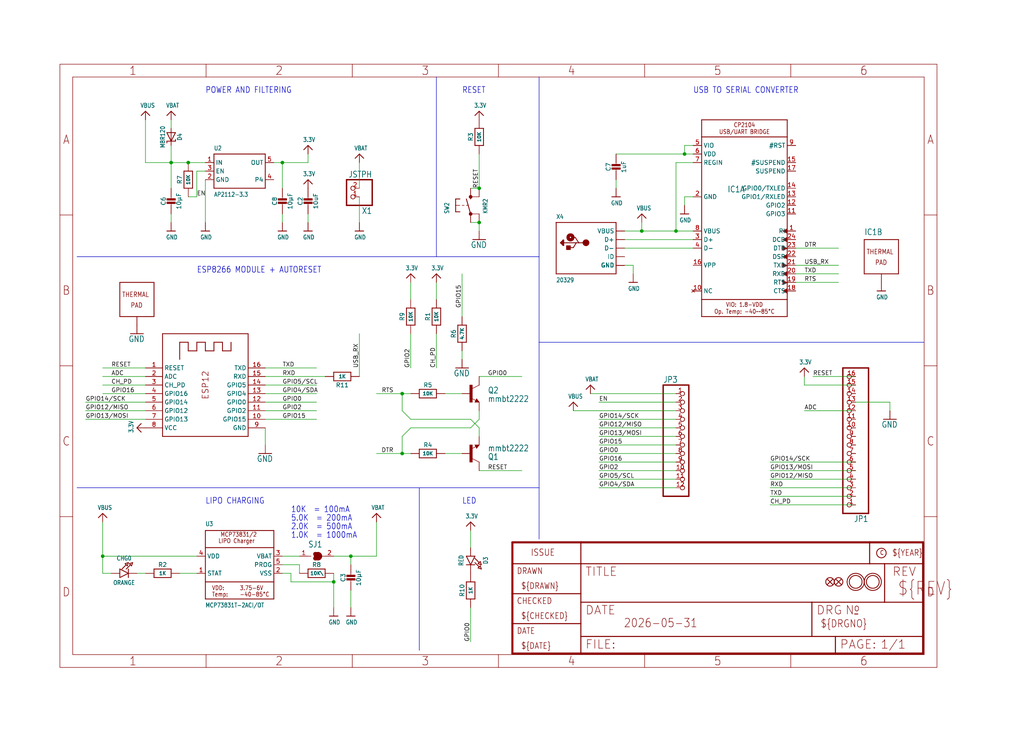
<source format=kicad_sch>
(kicad_sch (version 20230121) (generator eeschema)
  (paper "User" 303.962 217.322)
  (lib_symbols
    (symbol "working-eagle-import:3.3V" (power)
      (property "Value" "3.3V" (at -1.524 1.016 0))
      (symbol "3.3V_1_0"
        (pin power_in line (at 0 -2.54 90) (length 2.54) (name "3.3V") (number "1"))
      )
    )
    (symbol "working-eagle-import:CAP_CERAMIC0603_NO"
      (property "Reference" "C" (at -2.29 1.25 90))
      (symbol "CAP_CERAMIC0603_NO_1_0"
        (pin passive line (at 0 5.08 270) (length 2.54) (name "1") (number "1"))
        (pin passive line (at 0 -2.54 90) (length 2.54) (name "2") (number "2"))
      )
    )
    (symbol "working-eagle-import:CAP_CERAMIC0805-NOOUTLINE"
      (property "Reference" "C" (at -2.29 1.25 90))
      (symbol "CAP_CERAMIC0805-NOOUTLINE_1_0"
        (pin passive line (at 0 5.08 270) (length 2.54) (name "1") (number "1"))
        (pin passive line (at 0 -2.54 90) (length 2.54) (name "2") (number "2"))
      )
    )
    (symbol "working-eagle-import:CON_JST_PH_2PIN"
      (property "Reference" "X" (at -6.35 5.715 0))
      (symbol "CON_JST_PH_2PIN_1_0"
        (pin passive inverted (at -2.54 2.54 0) (length 2.54) (name "1") (number "1"))
        (pin passive inverted (at -2.54 0 0) (length 2.54) (name "2") (number "2"))
      )
    )
    (symbol "working-eagle-import:CP2104"
      (property "Reference" "U" (at -5.08 6.35 0))
      (symbol "CP2104_1_0"
        (text "CP2104\nUSB/UART BRIDGE" (at 0 25.4 0) (effects (font (size 1.27 1.0795))))
        (text "VIO: 1.8-VDD\nOp. Temp: -40~~85°C" (at 0 -27.94 0) (effects (font (size 1.27 1.0795))))
        (pin input line (at 15.24 -5.08 180) (length 2.54) (name "RI") (number "1"))
        (pin no_connect line (at -15.24 -22.86 0) (length 2.54) (name "NC") (number "10"))
        (pin bidirectional line (at 15.24 0 180) (length 2.54) (name "GPIO3") (number "11"))
        (pin bidirectional line (at 15.24 2.54 180) (length 2.54) (name "GPIO2") (number "12"))
        (pin bidirectional line (at 15.24 5.08 180) (length 2.54) (name "GPIO1/RXLED") (number "13"))
        (pin bidirectional line (at 15.24 7.62 180) (length 2.54) (name "GPIO0/TXLED") (number "14"))
        (pin output line (at 15.24 15.24 180) (length 2.54) (name "#SUSPEND") (number "15"))
        (pin bidirectional line (at -15.24 -15.24 0) (length 2.54) (name "VPP") (number "16"))
        (pin output line (at 15.24 12.7 180) (length 2.54) (name "SUSPEND") (number "17"))
        (pin input line (at 15.24 -22.86 180) (length 2.54) (name "CTS") (number "18"))
        (pin output line (at 15.24 -20.32 180) (length 2.54) (name "RTS") (number "19"))
        (pin power_in line (at -15.24 5.08 0) (length 2.54) (name "GND") (number "2"))
        (pin input line (at 15.24 -17.78 180) (length 2.54) (name "RXD") (number "20"))
        (pin output line (at 15.24 -15.24 180) (length 2.54) (name "TXD") (number "21"))
        (pin input line (at 15.24 -12.7 180) (length 2.54) (name "DSR") (number "22"))
        (pin output line (at 15.24 -10.16 180) (length 2.54) (name "DTR") (number "23"))
        (pin input line (at 15.24 -7.62 180) (length 2.54) (name "DCD") (number "24"))
        (pin bidirectional line (at -15.24 -7.62 0) (length 2.54) (name "D+") (number "3"))
        (pin bidirectional line (at -15.24 -10.16 0) (length 2.54) (name "D-") (number "4"))
        (pin power_in line (at -15.24 20.32 0) (length 2.54) (name "VIO") (number "5"))
        (pin power_in line (at -15.24 17.78 0) (length 2.54) (name "VDD") (number "6"))
        (pin power_in line (at -15.24 15.24 0) (length 2.54) (name "REGIN") (number "7"))
        (pin power_in line (at -15.24 -5.08 0) (length 2.54) (name "VBUS") (number "8"))
        (pin bidirectional line (at 15.24 20.32 180) (length 2.54) (name "#RST") (number "9"))
      )
      (symbol "CP2104_2_0"
        (text "PAD" (at -1.905 -2.54 0) (effects (font (size 1.4224 1.209)) (justify left bottom)))
        (text "THERMAL" (at -4.445 0.635 0) (effects (font (size 1.4224 1.209)) (justify left bottom)))
        (pin power_in line (at 0 -7.62 90) (length 2.54) (name "TP") (number "THERM"))
      )
    )
    (symbol "working-eagle-import:DIODE-SCHOTTKYSOD-123"
      (property "Reference" "D" (at 0 2.54 0))
      (symbol "DIODE-SCHOTTKYSOD-123_1_0"
        (pin passive line (at -2.54 0 0) (length 2.54) (name "A") (number "A"))
        (pin passive line (at 2.54 0 180) (length 2.54) (name "C") (number "C"))
      )
    )
    (symbol "working-eagle-import:ESP-12S"
      (symbol "ESP-12S_1_0"
        (text "ESP12" (at 0 0 900) (effects (font (size 1.778 1.778))))
        (pin input line (at -17.78 5.08 0) (length 5.08) (name "RESET") (number "1"))
        (pin bidirectional line (at 17.78 -10.16 180) (length 5.08) (name "GPIO15") (number "10"))
        (pin bidirectional line (at 17.78 -7.62 180) (length 5.08) (name "GPIO2") (number "11"))
        (pin bidirectional line (at 17.78 -5.08 180) (length 5.08) (name "GPIO0") (number "12"))
        (pin bidirectional line (at 17.78 -2.54 180) (length 5.08) (name "GPIO4") (number "13"))
        (pin bidirectional line (at 17.78 0 180) (length 5.08) (name "GPIO5") (number "14"))
        (pin input line (at 17.78 2.54 180) (length 5.08) (name "RXD") (number "15"))
        (pin output line (at 17.78 5.08 180) (length 5.08) (name "TXD") (number "16"))
        (pin passive line (at -17.78 2.54 0) (length 5.08) (name "ADC") (number "2"))
        (pin input line (at -17.78 0 0) (length 5.08) (name "CH_PD") (number "3"))
        (pin bidirectional line (at -17.78 -2.54 0) (length 5.08) (name "GPIO16") (number "4"))
        (pin bidirectional line (at -17.78 -5.08 0) (length 5.08) (name "GPIO14") (number "5"))
        (pin bidirectional line (at -17.78 -7.62 0) (length 5.08) (name "GPIO12") (number "6"))
        (pin bidirectional line (at -17.78 -10.16 0) (length 5.08) (name "GPIO13") (number "7"))
        (pin power_in line (at -17.78 -12.7 0) (length 5.08) (name "VCC") (number "8"))
        (pin power_in line (at 17.78 -12.7 180) (length 5.08) (name "GND") (number "9"))
      )
      (symbol "ESP-12S_2_0"
        (text "PAD" (at -1.905 -2.54 0) (effects (font (size 1.4224 1.209)) (justify left bottom)))
        (text "THERMAL" (at -4.445 0.635 0) (effects (font (size 1.4224 1.209)) (justify left bottom)))
        (pin power_in line (at 0 -7.62 90) (length 2.54) (name "TP") (number "P$1"))
      )
    )
    (symbol "working-eagle-import:FIDUCIAL_1MM")
    (symbol "working-eagle-import:FRAME_A4"
      (symbol "FRAME_A4_1_0"
        (text "1" (at 21.6958 1.905 0) (effects (font (size 2.54 2.286))))
        (text "1" (at 21.6958 177.165 0) (effects (font (size 2.54 2.286))))
        (text "2" (at 65.0875 1.905 0) (effects (font (size 2.54 2.286))))
        (text "2" (at 65.0875 177.165 0) (effects (font (size 2.54 2.286))))
        (text "3" (at 108.4792 1.905 0) (effects (font (size 2.54 2.286))))
        (text "3" (at 108.4792 177.165 0) (effects (font (size 2.54 2.286))))
        (text "4" (at 151.8708 1.905 0) (effects (font (size 2.54 2.286))))
        (text "4" (at 151.8708 177.165 0) (effects (font (size 2.54 2.286))))
        (text "5" (at 195.2625 1.905 0) (effects (font (size 2.54 2.286))))
        (text "5" (at 195.2625 177.165 0) (effects (font (size 2.54 2.286))))
        (text "6" (at 238.6542 1.905 0) (effects (font (size 2.54 2.286))))
        (text "6" (at 238.6542 177.165 0) (effects (font (size 2.54 2.286))))
        (text "A" (at 1.905 156.6863 0) (effects (font (size 2.54 2.286))))
        (text "A" (at 258.445 156.6863 0) (effects (font (size 2.54 2.286))))
        (text "B" (at 1.905 111.9188 0) (effects (font (size 2.54 2.286))))
        (text "B" (at 258.445 111.9188 0) (effects (font (size 2.54 2.286))))
        (text "C" (at 1.905 67.1513 0) (effects (font (size 2.54 2.286))))
        (text "C" (at 258.445 67.1513 0) (effects (font (size 2.54 2.286))))
        (text "D" (at 1.905 22.3838 0) (effects (font (size 2.54 2.286))))
        (text "D" (at 258.445 22.3838 0) (effects (font (size 2.54 2.286))))
      )
      (symbol "FRAME_A4_2_0"
        (text "${#}/${##}" (at 108.9152 2.8448 0) (effects (font (size 2.54 2.54)) (justify left bottom)))
        (text "${CHECKED}" (at 2.2352 11.7348 0) (effects (font (size 1.778 1.5113)) (justify left bottom)))
        (text "${COMPANY}" (at 23.349 29.6735 0) (effects (font (size 3.175 2.6987) (thickness 0.5397) bold) (justify left bottom)))
        (text "${CURRENT_DATE}" (at 32.7152 9.1948 0) (effects (font (size 2.54 2.159)) (justify left bottom)))
        (text "${DATE}" (at 2.2352 2.8448 0) (effects (font (size 1.778 1.5113)) (justify left bottom)))
        (text "${DRAWN}" (at 2.2352 20.6248 0) (effects (font (size 1.778 1.5113)) (justify left bottom)))
        (text "${DRGNO}" (at 91.1352 9.1948 0) (effects (font (size 2.1844 1.8567)) (justify left bottom)))
        (text "${PROJECTNAME}" (at 33.0327 2.8448 0) (effects (font (size 2.54 2.159)) (justify left bottom)))
        (text "${REV}" (at 113.9952 18.7198 0) (effects (font (size 3.81 3.2385)) (justify left bottom)))
        (text "${YEAR}" (at 112.4077 30.4673 0) (effects (font (size 1.778 1.5113)) (justify left bottom)))
        (text "C" (at 108.7564 30.7848 0) (effects (font (size 1.27 1.0795)) (justify left bottom)))
        (text "CHECKED" (at 0.9652 16.1798 0) (effects (font (size 1.778 1.5113)) (justify left bottom)))
        (text "DATE" (at 0.9652 7.2898 0) (effects (font (size 1.778 1.5113)) (justify left bottom)))
        (text "DATE" (at 21.2852 13.0048 0) (effects (font (size 2.54 2.54)) (justify left bottom)))
        (text "DRAWN" (at 0.9652 25.0698 0) (effects (font (size 1.778 1.5113)) (justify left bottom)))
        (text "DRG" (at 89.8652 13.0048 0) (effects (font (size 2.54 2.54)) (justify left bottom)))
        (text "FILE:" (at 21.2852 2.8448 0) (effects (font (size 2.54 2.54)) (justify left bottom)))
        (text "ISSUE" (at 5.0927 30.4673 0) (effects (font (size 1.9304 1.6408)) (justify left bottom)))
        (text "N" (at 98.4377 13.0048 0) (effects (font (size 2.54 2.54)) (justify left bottom)))
        (text "o" (at 100.9777 13.9573 0) (effects (font (size 2.1844 1.8567)) (justify left bottom)))
        (text "PAGE:" (at 96.8502 2.8448 0) (effects (font (size 2.54 2.54)) (justify left bottom)))
        (text "REV" (at 112.4077 24.4348 0) (effects (font (size 2.54 2.54)) (justify left bottom)))
        (text "TITLE" (at 21.2852 24.4348 0) (effects (font (size 2.54 2.54)) (justify left bottom)))
      )
    )
    (symbol "working-eagle-import:GND" (power)
      (property "Value" "GND" (at -1.524 -2.54 0))
      (symbol "GND_1_0"
        (pin power_in line (at 0 2.54 270) (length 2.54) (name "GND") (number "1"))
      )
    )
    (symbol "working-eagle-import:HEADER-1X12"
      (property "Reference" "JP" (at -6.35 18.415 0))
      (symbol "HEADER-1X12_1_0"
        (pin passive inverted (at -2.54 15.24 0) (length 2.54) (name "1") (number "1"))
        (pin passive inverted (at -2.54 -7.62 0) (length 2.54) (name "10") (number "10"))
        (pin passive inverted (at -2.54 -10.16 0) (length 2.54) (name "11") (number "11"))
        (pin passive inverted (at -2.54 -12.7 0) (length 2.54) (name "12") (number "12"))
        (pin passive inverted (at -2.54 12.7 0) (length 2.54) (name "2") (number "2"))
        (pin passive inverted (at -2.54 10.16 0) (length 2.54) (name "3") (number "3"))
        (pin passive inverted (at -2.54 7.62 0) (length 2.54) (name "4") (number "4"))
        (pin passive inverted (at -2.54 5.08 0) (length 2.54) (name "5") (number "5"))
        (pin passive inverted (at -2.54 2.54 0) (length 2.54) (name "6") (number "6"))
        (pin passive inverted (at -2.54 0 0) (length 2.54) (name "7") (number "7"))
        (pin passive inverted (at -2.54 -2.54 0) (length 2.54) (name "8") (number "8"))
        (pin passive inverted (at -2.54 -5.08 0) (length 2.54) (name "9") (number "9"))
      )
    )
    (symbol "working-eagle-import:HEADER-1X16ROUND"
      (property "Reference" "JP" (at -6.35 20.955 0))
      (symbol "HEADER-1X16ROUND_1_0"
        (pin passive inverted (at -2.54 17.78 0) (length 2.54) (name "1") (number "1"))
        (pin passive inverted (at -2.54 -5.08 0) (length 2.54) (name "10") (number "10"))
        (pin passive inverted (at -2.54 -7.62 0) (length 2.54) (name "11") (number "11"))
        (pin passive inverted (at -2.54 -10.16 0) (length 2.54) (name "12") (number "12"))
        (pin passive inverted (at -2.54 -12.7 0) (length 2.54) (name "13") (number "13"))
        (pin passive inverted (at -2.54 -15.24 0) (length 2.54) (name "14") (number "14"))
        (pin passive inverted (at -2.54 -17.78 0) (length 2.54) (name "15") (number "15"))
        (pin passive inverted (at -2.54 -20.32 0) (length 2.54) (name "16") (number "16"))
        (pin passive inverted (at -2.54 15.24 0) (length 2.54) (name "2") (number "2"))
        (pin passive inverted (at -2.54 12.7 0) (length 2.54) (name "3") (number "3"))
        (pin passive inverted (at -2.54 10.16 0) (length 2.54) (name "4") (number "4"))
        (pin passive inverted (at -2.54 7.62 0) (length 2.54) (name "5") (number "5"))
        (pin passive inverted (at -2.54 5.08 0) (length 2.54) (name "6") (number "6"))
        (pin passive inverted (at -2.54 2.54 0) (length 2.54) (name "7") (number "7"))
        (pin passive inverted (at -2.54 0 0) (length 2.54) (name "8") (number "8"))
        (pin passive inverted (at -2.54 -2.54 0) (length 2.54) (name "9") (number "9"))
      )
    )
    (symbol "working-eagle-import:LED0805_NOOUTLINE"
      (property "Reference" "D" (at -1.27 4.445 0))
      (symbol "LED0805_NOOUTLINE_1_0"
        (pin passive line (at -5.08 0 0) (length 2.54) (name "A") (number "A"))
        (pin passive line (at 2.54 0 180) (length 2.54) (name "C") (number "C"))
      )
    )
    (symbol "working-eagle-import:MCP73831/2"
      (property "Reference" "U" (at -10.16 11.43 0))
      (symbol "MCP73831/2_1_0"
        (text "-40-85°C" (at 0 -9.525 0) (effects (font (size 1.27 1.0795)) (justify left bottom)))
        (text "3.75-6V" (at 0 -7.62 0) (effects (font (size 1.27 1.0795)) (justify left bottom)))
        (text "LIPO Charger" (at -6.35 6.35 0) (effects (font (size 1.27 1.0795)) (justify left bottom)))
        (text "MCP73831/2" (at -5.715 8.255 0) (effects (font (size 1.27 1.0795)) (justify left bottom)))
        (text "Temp:" (at -8.255 -9.525 0) (effects (font (size 1.27 1.0795)) (justify left bottom)))
        (text "VDD:" (at -8.255 -7.62 0) (effects (font (size 1.27 1.0795)) (justify left bottom)))
        (pin output line (at -12.7 -2.54 0) (length 2.54) (name "STAT") (number "1"))
        (pin power_in line (at 12.7 -2.54 180) (length 2.54) (name "VSS") (number "2"))
        (pin power_in line (at 12.7 2.54 180) (length 2.54) (name "VBAT") (number "3"))
        (pin power_in line (at -12.7 2.54 0) (length 2.54) (name "VDD") (number "4"))
        (pin input line (at 12.7 0 180) (length 2.54) (name "PROG") (number "5"))
      )
    )
    (symbol "working-eagle-import:MOUNTINGHOLE2.5")
    (symbol "working-eagle-import:RESISTOR_0603MP"
      (property "Reference" "R" (at 0 2.54 0))
      (symbol "RESISTOR_0603MP_1_0"
        (pin passive line (at -5.08 0 0) (length 2.54) (name "1") (number "1"))
        (pin passive line (at 5.08 0 180) (length 2.54) (name "2") (number "2"))
      )
    )
    (symbol "working-eagle-import:RESISTOR_0603_NOOUT"
      (property "Reference" "R" (at 0 2.54 0))
      (symbol "RESISTOR_0603_NOOUT_1_0"
        (pin passive line (at -5.08 0 0) (length 2.54) (name "1") (number "1"))
        (pin passive line (at 5.08 0 180) (length 2.54) (name "2") (number "2"))
      )
    )
    (symbol "working-eagle-import:SOLDERJUMPER_CLOSED"
      (property "Reference" "SJ" (at -2.54 2.54 0))
      (symbol "SOLDERJUMPER_CLOSED_1_0"
        (pin passive line (at -5.08 0 0) (length 2.54) (name "1") (number "1"))
        (pin passive line (at 5.08 0 180) (length 2.54) (name "2") (number "2"))
      )
    )
    (symbol "working-eagle-import:SWITCH_TACT_SMT4.6X2.8"
      (property "Reference" "SW" (at -2.54 6.35 0))
      (symbol "SWITCH_TACT_SMT4.6X2.8_1_0"
        (pin passive line (at -5.08 0 0) (length 2.54) (name "P") (number "A"))
        (pin passive line (at -5.08 -2.54 0) (length 2.54) (name "P1") (number "A'"))
        (pin passive line (at 5.08 0 180) (length 2.54) (name "S") (number "B"))
        (pin passive line (at 5.08 -2.54 180) (length 2.54) (name "S1") (number "B'"))
      )
    )
    (symbol "working-eagle-import:TRANSISTOR_NPNSOT23-3"
      (property "Reference" "Q" (at 5.08 0 0))
      (symbol "TRANSISTOR_NPNSOT23-3_1_0"
        (pin passive line (at -2.54 0 0) (length 2.54) (name "B") (number "1"))
        (pin passive line (at 2.54 -5.08 90) (length 2.54) (name "E") (number "2"))
        (pin passive line (at 2.54 5.08 270) (length 2.54) (name "C") (number "3"))
      )
    )
    (symbol "working-eagle-import:USB_MICRO_20329_V2"
      (property "Reference" "X" (at -10.16 8.636 0))
      (symbol "USB_MICRO_20329_V2_1_0"
        (pin power_in line (at 10.16 -5.08 180) (length 2.54) (name "GND") (number "BASE@1"))
        (pin power_in line (at 10.16 -5.08 180) (length 2.54) (name "GND") (number "BASE@2"))
        (pin bidirectional line (at 10.16 2.54 180) (length 2.54) (name "D+") (number "D+"))
        (pin bidirectional line (at 10.16 0 180) (length 2.54) (name "D-") (number "D-"))
        (pin power_in line (at 10.16 -5.08 180) (length 2.54) (name "GND") (number "GND"))
        (pin bidirectional line (at 10.16 -2.54 180) (length 2.54) (name "ID") (number "ID"))
        (pin power_in line (at 10.16 -5.08 180) (length 2.54) (name "GND") (number "SPRT@1"))
        (pin power_in line (at 10.16 -5.08 180) (length 2.54) (name "GND") (number "SPRT@2"))
        (pin power_in line (at 10.16 -5.08 180) (length 2.54) (name "GND") (number "SPRT@3"))
        (pin power_in line (at 10.16 -5.08 180) (length 2.54) (name "GND") (number "SPRT@4"))
        (pin power_in line (at 10.16 5.08 180) (length 2.54) (name "VBUS") (number "VBUS"))
      )
    )
    (symbol "working-eagle-import:VBAT" (power)
      (property "Value" "VBAT" (at -1.524 1.016 0))
      (symbol "VBAT_1_0"
        (pin power_in line (at 0 -2.54 90) (length 2.54) (name "VBAT") (number "1"))
      )
    )
    (symbol "working-eagle-import:VBUS" (power)
      (property "Value" "VBUS" (at -1.524 1.016 0))
      (symbol "VBUS_1_0"
        (pin power_in line (at 0 -2.54 90) (length 2.54) (name "VBUS") (number "1"))
      )
    )
    (symbol "working-eagle-import:VREG_SOT23-5"
      (property "Reference" "U" (at -7.62 6.096 0))
      (symbol "VREG_SOT23-5_1_0"
        (pin power_in line (at -10.16 2.54 0) (length 2.54) (name "IN") (number "1"))
        (pin power_in line (at -10.16 -2.54 0) (length 2.54) (name "GND") (number "2"))
        (pin input line (at -10.16 0 0) (length 2.54) (name "EN") (number "3"))
        (pin bidirectional line (at 10.16 -2.54 180) (length 2.54) (name "P4") (number "4"))
        (pin power_in line (at 10.16 2.54 180) (length 2.54) (name "OUT") (number "5"))
      )
    )
    (symbol "working-eagle-import:supply1_GND" (power)
      (property "Value" "supply1_GND" (at -2.54 -2.54 0))
      (symbol "supply1_GND_1_0"
        (pin power_in line (at 0 2.54 270) (length 2.54) (name "GND") (number "1"))
      )
    )
  )
  (junction (at 203.2 45.72))
  (junction (at 119.38 116.84))
  (junction (at 50.8 48.26))
  (junction (at 83.82 48.26))
  (junction (at 30.48 165.1))
  (junction (at 104.14 165.1))
  (junction (at 200.66 68.58))
  (junction (at 55.88 48.26))
  (junction (at 119.38 134.62))
  (junction (at 190.5 68.58))
  (junction (at 99.06 172.72))
  (junction (at 142.24 66.04))
  (junction (at 142.24 55.88))
  (wire (pts (xy 121.92 88.9) (xy 121.92 83.82)) (stroke (width 0.1524)))
  (polyline (pts (xy 160.02 160.02) (xy 160.02 144.78)) (stroke (width 0.1524) (type solid)))
  (wire (pts (xy 200.66 48.26) (xy 200.66 68.58)) (stroke (width 0.1524)))
  (wire (pts (xy 203.2 45.72) (xy 182.88 45.72)) (stroke (width 0.1524)))
  (wire (pts (xy 254 137.16) (xy 228.6 137.16)) (stroke (width 0.1524)))
  (wire (pts (xy 185.42 73.66) (xy 205.74 73.66)) (stroke (width 0.1524)))
  (wire (pts (xy 248.92 83.82) (xy 236.22 83.82)) (stroke (width 0.1524)))
  (polyline (pts (xy 124.46 144.78) (xy 124.46 193.04)) (stroke (width 0.1524) (type solid)))
  (wire (pts (xy 33.02 170.18) (xy 30.48 170.18)) (stroke (width 0.1524)))
  (wire (pts (xy 177.8 132.08) (xy 200.66 132.08)) (stroke (width 0.1524)))
  (wire (pts (xy 177.8 137.16) (xy 200.66 137.16)) (stroke (width 0.1524)))
  (wire (pts (xy 228.6 147.32) (xy 254 147.32)) (stroke (width 0.1524)))
  (wire (pts (xy 43.18 48.26) (xy 50.8 48.26)) (stroke (width 0.1524)))
  (polyline (pts (xy 274.32 101.6) (xy 160.02 101.6)) (stroke (width 0.1524) (type solid)))
  (wire (pts (xy 43.18 109.22) (xy 30.48 109.22)) (stroke (width 0.1524)))
  (wire (pts (xy 121.92 99.06) (xy 121.92 109.22)) (stroke (width 0.1524)))
  (wire (pts (xy 106.68 48.26) (xy 106.68 55.88)) (stroke (width 0.1524)))
  (wire (pts (xy 30.48 114.3) (xy 43.18 114.3)) (stroke (width 0.1524)))
  (wire (pts (xy 81.28 48.26) (xy 83.82 48.26)) (stroke (width 0.1524)))
  (wire (pts (xy 119.38 129.54) (xy 119.38 134.62)) (stroke (width 0.1524)))
  (wire (pts (xy 177.8 119.38) (xy 200.66 119.38)) (stroke (width 0.1524)))
  (wire (pts (xy 248.92 81.28) (xy 236.22 81.28)) (stroke (width 0.1524)))
  (wire (pts (xy 142.24 129.54) (xy 142.24 127)) (stroke (width 0.1524)))
  (wire (pts (xy 40.64 170.18) (xy 43.18 170.18)) (stroke (width 0.1524)))
  (wire (pts (xy 111.76 116.84) (xy 119.38 116.84)) (stroke (width 0.1524)))
  (wire (pts (xy 93.98 121.92) (xy 78.74 121.92)) (stroke (width 0.1524)))
  (wire (pts (xy 200.66 134.62) (xy 177.8 134.62)) (stroke (width 0.1524)))
  (wire (pts (xy 88.9 167.64) (xy 88.9 170.18)) (stroke (width 0.1524)))
  (wire (pts (xy 238.76 114.3) (xy 254 114.3)) (stroke (width 0.1524)))
  (wire (pts (xy 88.9 165.1) (xy 83.82 165.1)) (stroke (width 0.1524)))
  (wire (pts (xy 119.38 121.92) (xy 119.38 116.84)) (stroke (width 0.1524)))
  (wire (pts (xy 99.06 172.72) (xy 99.06 180.34)) (stroke (width 0.1524)))
  (wire (pts (xy 132.08 116.84) (xy 137.16 116.84)) (stroke (width 0.1524)))
  (wire (pts (xy 43.18 116.84) (xy 30.48 116.84)) (stroke (width 0.1524)))
  (wire (pts (xy 30.48 170.18) (xy 30.48 165.1)) (stroke (width 0.1524)))
  (wire (pts (xy 83.82 48.26) (xy 91.44 48.26)) (stroke (width 0.1524)))
  (wire (pts (xy 137.16 93.98) (xy 137.16 81.28)) (stroke (width 0.1524)))
  (polyline (pts (xy 160.02 76.2) (xy 160.02 22.86)) (stroke (width 0.1524) (type solid)))
  (wire (pts (xy 203.2 43.18) (xy 203.2 45.72)) (stroke (width 0.1524)))
  (wire (pts (xy 60.96 48.26) (xy 55.88 48.26)) (stroke (width 0.1524)))
  (wire (pts (xy 264.16 119.38) (xy 264.16 121.92)) (stroke (width 0.1524)))
  (wire (pts (xy 142.24 127) (xy 139.7 124.46)) (stroke (width 0.1524)))
  (wire (pts (xy 43.18 121.92) (xy 25.4 121.92)) (stroke (width 0.1524)))
  (wire (pts (xy 200.66 68.58) (xy 205.74 68.58)) (stroke (width 0.1524)))
  (wire (pts (xy 236.22 73.66) (xy 248.92 73.66)) (stroke (width 0.1524)))
  (wire (pts (xy 137.16 106.68) (xy 137.16 104.14)) (stroke (width 0.1524)))
  (wire (pts (xy 83.82 170.18) (xy 86.36 170.18)) (stroke (width 0.1524)))
  (wire (pts (xy 58.42 50.8) (xy 60.96 50.8)) (stroke (width 0.1524)))
  (wire (pts (xy 60.96 53.34) (xy 60.96 66.04)) (stroke (width 0.1524)))
  (wire (pts (xy 104.14 175.26) (xy 104.14 180.34)) (stroke (width 0.1524)))
  (wire (pts (xy 78.74 124.46) (xy 93.98 124.46)) (stroke (width 0.1524)))
  (wire (pts (xy 142.24 121.92) (xy 142.24 124.46)) (stroke (width 0.1524)))
  (wire (pts (xy 50.8 48.26) (xy 50.8 55.88)) (stroke (width 0.1524)))
  (polyline (pts (xy 160.02 101.6) (xy 160.02 76.2)) (stroke (width 0.1524) (type solid)))
  (wire (pts (xy 139.7 127) (xy 121.92 127)) (stroke (width 0.1524)))
  (wire (pts (xy 185.42 78.74) (xy 187.96 78.74)) (stroke (width 0.1524)))
  (wire (pts (xy 200.66 129.54) (xy 177.8 129.54)) (stroke (width 0.1524)))
  (wire (pts (xy 254 119.38) (xy 264.16 119.38)) (stroke (width 0.1524)))
  (wire (pts (xy 78.74 127) (xy 78.74 132.08)) (stroke (width 0.1524)))
  (wire (pts (xy 203.2 58.42) (xy 203.2 60.96)) (stroke (width 0.1524)))
  (wire (pts (xy 142.24 45.72) (xy 142.24 55.88)) (stroke (width 0.1524)))
  (wire (pts (xy 30.48 165.1) (xy 58.42 165.1)) (stroke (width 0.1524)))
  (polyline (pts (xy 160.02 144.78) (xy 160.02 101.6)) (stroke (width 0.1524) (type solid)))
  (wire (pts (xy 91.44 63.5) (xy 91.44 66.04)) (stroke (width 0.1524)))
  (wire (pts (xy 78.74 116.84) (xy 93.98 116.84)) (stroke (width 0.1524)))
  (wire (pts (xy 55.88 58.42) (xy 58.42 58.42)) (stroke (width 0.1524)))
  (wire (pts (xy 142.24 124.46) (xy 139.7 127)) (stroke (width 0.1524)))
  (wire (pts (xy 254 149.86) (xy 228.6 149.86)) (stroke (width 0.1524)))
  (wire (pts (xy 205.74 43.18) (xy 203.2 43.18)) (stroke (width 0.1524)))
  (wire (pts (xy 25.4 119.38) (xy 43.18 119.38)) (stroke (width 0.1524)))
  (wire (pts (xy 254 144.78) (xy 228.6 144.78)) (stroke (width 0.1524)))
  (wire (pts (xy 254 139.7) (xy 228.6 139.7)) (stroke (width 0.1524)))
  (polyline (pts (xy 129.54 76.2) (xy 129.54 22.86)) (stroke (width 0.1524) (type solid)))
  (wire (pts (xy 200.66 121.92) (xy 170.18 121.92)) (stroke (width 0.1524)))
  (wire (pts (xy 190.5 68.58) (xy 190.5 66.04)) (stroke (width 0.1524)))
  (wire (pts (xy 30.48 154.94) (xy 30.48 165.1)) (stroke (width 0.1524)))
  (wire (pts (xy 236.22 78.74) (xy 248.92 78.74)) (stroke (width 0.1524)))
  (wire (pts (xy 99.06 170.18) (xy 99.06 172.72)) (stroke (width 0.1524)))
  (wire (pts (xy 106.68 111.76) (xy 106.68 99.06)) (stroke (width 0.1524)))
  (wire (pts (xy 91.44 48.26) (xy 91.44 45.72)) (stroke (width 0.1524)))
  (wire (pts (xy 86.36 172.72) (xy 99.06 172.72)) (stroke (width 0.1524)))
  (wire (pts (xy 187.96 78.74) (xy 187.96 81.28)) (stroke (width 0.1524)))
  (wire (pts (xy 119.38 116.84) (xy 121.92 116.84)) (stroke (width 0.1524)))
  (wire (pts (xy 121.92 124.46) (xy 119.38 121.92)) (stroke (width 0.1524)))
  (wire (pts (xy 50.8 43.18) (xy 50.8 48.26)) (stroke (width 0.1524)))
  (wire (pts (xy 121.92 127) (xy 119.38 129.54)) (stroke (width 0.1524)))
  (wire (pts (xy 185.42 71.12) (xy 205.74 71.12)) (stroke (width 0.1524)))
  (wire (pts (xy 119.38 134.62) (xy 111.76 134.62)) (stroke (width 0.1524)))
  (polyline (pts (xy 160.02 76.2) (xy 129.54 76.2)) (stroke (width 0.1524) (type solid)))
  (wire (pts (xy 190.5 68.58) (xy 200.66 68.58)) (stroke (width 0.1524)))
  (wire (pts (xy 104.14 165.1) (xy 111.76 165.1)) (stroke (width 0.1524)))
  (wire (pts (xy 182.88 53.34) (xy 182.88 55.88)) (stroke (width 0.1524)))
  (wire (pts (xy 119.38 134.62) (xy 121.92 134.62)) (stroke (width 0.1524)))
  (wire (pts (xy 25.4 124.46) (xy 43.18 124.46)) (stroke (width 0.1524)))
  (wire (pts (xy 177.8 139.7) (xy 200.66 139.7)) (stroke (width 0.1524)))
  (wire (pts (xy 83.82 63.5) (xy 83.82 66.04)) (stroke (width 0.1524)))
  (wire (pts (xy 43.18 35.56) (xy 43.18 48.26)) (stroke (width 0.1524)))
  (wire (pts (xy 142.24 55.88) (xy 139.7 55.88)) (stroke (width 0.1524)))
  (wire (pts (xy 139.7 66.04) (xy 142.24 66.04)) (stroke (width 0.1524)))
  (wire (pts (xy 205.74 45.72) (xy 203.2 45.72)) (stroke (width 0.1524)))
  (wire (pts (xy 137.16 134.62) (xy 132.08 134.62)) (stroke (width 0.1524)))
  (wire (pts (xy 238.76 111.76) (xy 238.76 114.3)) (stroke (width 0.1524)))
  (wire (pts (xy 139.7 162.56) (xy 139.7 157.48)) (stroke (width 0.1524)))
  (wire (pts (xy 53.34 170.18) (xy 58.42 170.18)) (stroke (width 0.1524)))
  (wire (pts (xy 104.14 165.1) (xy 99.06 165.1)) (stroke (width 0.1524)))
  (wire (pts (xy 50.8 38.1) (xy 50.8 35.56)) (stroke (width 0.1524)))
  (wire (pts (xy 205.74 58.42) (xy 203.2 58.42)) (stroke (width 0.1524)))
  (wire (pts (xy 104.14 167.64) (xy 104.14 165.1)) (stroke (width 0.1524)))
  (wire (pts (xy 111.76 154.94) (xy 111.76 165.1)) (stroke (width 0.1524)))
  (wire (pts (xy 254 121.92) (xy 238.76 121.92)) (stroke (width 0.1524)))
  (wire (pts (xy 200.66 124.46) (xy 177.8 124.46)) (stroke (width 0.1524)))
  (wire (pts (xy 129.54 99.06) (xy 129.54 109.22)) (stroke (width 0.1524)))
  (polyline (pts (xy 160.02 144.78) (xy 124.46 144.78)) (stroke (width 0.1524) (type solid)))
  (wire (pts (xy 43.18 111.76) (xy 30.48 111.76)) (stroke (width 0.1524)))
  (wire (pts (xy 177.8 127) (xy 200.66 127)) (stroke (width 0.1524)))
  (wire (pts (xy 96.52 111.76) (xy 78.74 111.76)) (stroke (width 0.1524)))
  (wire (pts (xy 142.24 66.04) (xy 142.24 68.58)) (stroke (width 0.1524)))
  (wire (pts (xy 83.82 55.88) (xy 83.82 48.26)) (stroke (width 0.1524)))
  (wire (pts (xy 58.42 58.42) (xy 58.42 50.8)) (stroke (width 0.1524)))
  (wire (pts (xy 50.8 63.5) (xy 50.8 66.04)) (stroke (width 0.1524)))
  (wire (pts (xy 254 111.76) (xy 241.3 111.76)) (stroke (width 0.1524)))
  (wire (pts (xy 200.66 142.24) (xy 177.8 142.24)) (stroke (width 0.1524)))
  (wire (pts (xy 55.88 48.26) (xy 50.8 48.26)) (stroke (width 0.1524)))
  (wire (pts (xy 129.54 88.9) (xy 129.54 83.82)) (stroke (width 0.1524)))
  (wire (pts (xy 78.74 109.22) (xy 93.98 109.22)) (stroke (width 0.1524)))
  (wire (pts (xy 139.7 180.34) (xy 139.7 190.5)) (stroke (width 0.1524)))
  (wire (pts (xy 86.36 170.18) (xy 86.36 172.72)) (stroke (width 0.1524)))
  (wire (pts (xy 139.7 124.46) (xy 121.92 124.46)) (stroke (width 0.1524)))
  (polyline (pts (xy 22.86 76.2) (xy 129.54 76.2)) (stroke (width 0.1524) (type solid)))
  (wire (pts (xy 154.94 139.7) (xy 142.24 139.7)) (stroke (width 0.1524)))
  (wire (pts (xy 93.98 114.3) (xy 78.74 114.3)) (stroke (width 0.1524)))
  (wire (pts (xy 142.24 111.76) (xy 154.94 111.76)) (stroke (width 0.1524)))
  (wire (pts (xy 177.8 144.78) (xy 200.66 144.78)) (stroke (width 0.1524)))
  (wire (pts (xy 185.42 68.58) (xy 190.5 68.58)) (stroke (width 0.1524)))
  (polyline (pts (xy 124.46 144.78) (xy 22.86 144.78)) (stroke (width 0.1524) (type solid)))
  (wire (pts (xy 205.74 48.26) (xy 200.66 48.26)) (stroke (width 0.1524)))
  (wire (pts (xy 83.82 167.64) (xy 88.9 167.64)) (stroke (width 0.1524)))
  (wire (pts (xy 175.26 116.84) (xy 200.66 116.84)) (stroke (width 0.1524)))
  (wire (pts (xy 228.6 142.24) (xy 254 142.24)) (stroke (width 0.1524)))
  (wire (pts (xy 78.74 119.38) (xy 93.98 119.38)) (stroke (width 0.1524)))
  (wire (pts (xy 106.68 66.04) (xy 106.68 58.42)) (stroke (width 0.1524)))
  (text "LIPO CHARGING" (at 60.96 149.86 0) (effects (font (size 1.778 1.5113)) (justify left bottom)))
  (text "RESET" (at 137.16 27.94 0) (effects (font (size 1.778 1.5113)) (justify left bottom)))
  (text "5.0K  = 200mA" (at 86.36 154.94 0) (effects (font (size 1.778 1.5113)) (justify left bottom)))
  (text "ESP8266 MODULE + AUTORESET" (at 58.42 81.28 0) (effects (font (size 1.778 1.5113)) (justify left bottom)))
  (text "USB TO SERIAL CONVERTER" (at 205.74 27.94 0) (effects (font (size 1.778 1.5113)) (justify left bottom)))
  (text "10K  = 100mA" (at 86.36 152.4 0) (effects (font (size 1.778 1.5113)) (justify left bottom)))
  (text "POWER AND FILTERING" (at 60.96 27.94 0) (effects (font (size 1.778 1.5113)) (justify left bottom)))
  (text "1.0K  = 1000mA" (at 86.36 160.02 0) (effects (font (size 1.778 1.5113)) (justify left bottom)))
  (text "LED" (at 137.16 149.86 0) (effects (font (size 1.778 1.5113)) (justify left bottom)))
  (text "2.0K  = 500mA" (at 86.36 157.48 0) (effects (font (size 1.778 1.5113)) (justify left bottom)))
  (label "GPIO2" (at 121.92 109.22 90) (effects (font (size 1.2446 1.2446))))
  (label "RTS" (at 116.84 116.84 180) (effects (font (size 1.2446 1.2446))))
  (label "TXD" (at 238.76 81.28 0) (effects (font (size 1.2446 1.2446))))
  (label "ADC" (at 238.76 121.92 0) (effects (font (size 1.2446 1.2446))))
  (label "DTR" (at 116.84 134.62 180) (effects (font (size 1.2446 1.2446))))
  (label "GPIO4/SDA" (at 177.8 144.78 0) (effects (font (size 1.2446 1.2446))))
  (label "GPIO2" (at 83.82 121.92 0) (effects (font (size 1.2446 1.2446))))
  (label "RESET" (at 142.24 55.88 90) (effects (font (size 1.2446 1.2446))))
  (label "GPIO12/MISO" (at 228.6 142.24 0) (effects (font (size 1.2446 1.2446))))
  (label "GPIO12/MISO" (at 177.8 127 0) (effects (font (size 1.2446 1.2446))))
  (label "GPIO0" (at 83.82 119.38 0) (effects (font (size 1.2446 1.2446))))
  (label "RESET" (at 33.02 109.22 0) (effects (font (size 1.2446 1.2446))))
  (label "USB_RX" (at 106.68 109.22 90) (effects (font (size 1.2446 1.2446))))
  (label "CH_PD" (at 129.54 109.22 90) (effects (font (size 1.2446 1.2446))))
  (label "GPIO14/SCK" (at 228.6 137.16 0) (effects (font (size 1.2446 1.2446))))
  (label "GPIO12/MISO" (at 25.4 121.92 0) (effects (font (size 1.2446 1.2446))))
  (label "USB_RX" (at 238.76 78.74 0) (effects (font (size 1.2446 1.2446))))
  (label "GPIO16" (at 33.02 116.84 0) (effects (font (size 1.2446 1.2446))))
  (label "TXD" (at 83.82 109.22 0) (effects (font (size 1.2446 1.2446))))
  (label "RTS" (at 238.76 83.82 0) (effects (font (size 1.2446 1.2446))))
  (label "GPIO14/SCK" (at 25.4 119.38 0) (effects (font (size 1.2446 1.2446))))
  (label "DTR" (at 238.76 73.66 0) (effects (font (size 1.2446 1.2446))))
  (label "ADC" (at 33.02 111.76 0) (effects (font (size 1.2446 1.2446))))
  (label "GPIO5/SCL" (at 177.8 142.24 0) (effects (font (size 1.2446 1.2446))))
  (label "RXD" (at 228.6 144.78 0) (effects (font (size 1.2446 1.2446))))
  (label "GPIO4/SDA" (at 83.82 116.84 0) (effects (font (size 1.2446 1.2446))))
  (label "GPIO13/MOSI" (at 228.6 139.7 0) (effects (font (size 1.2446 1.2446))))
  (label "EN" (at 177.8 119.38 0) (effects (font (size 1.2446 1.2446))))
  (label "RXD" (at 83.82 111.76 0) (effects (font (size 1.2446 1.2446))))
  (label "GPIO15" (at 137.16 91.44 90) (effects (font (size 1.2446 1.2446))))
  (label "GPIO0" (at 177.8 134.62 0) (effects (font (size 1.2446 1.2446))))
  (label "GPIO2" (at 177.8 139.7 0) (effects (font (size 1.2446 1.2446))))
  (label "GPIO0" (at 139.7 190.5 90) (effects (font (size 1.2446 1.2446))))
  (label "GPIO16" (at 177.8 137.16 0) (effects (font (size 1.2446 1.2446))))
  (label "GPIO15" (at 177.8 132.08 0) (effects (font (size 1.2446 1.2446))))
  (label "CH_PD" (at 33.02 114.3 0) (effects (font (size 1.2446 1.2446))))
  (label "CH_PD" (at 228.6 149.86 0) (effects (font (size 1.2446 1.2446))))
  (label "GPIO15" (at 83.82 124.46 0) (effects (font (size 1.2446 1.2446))))
  (label "TXD" (at 228.6 147.32 0) (effects (font (size 1.2446 1.2446))))
  (label "GPIO13/MOSI" (at 177.8 129.54 0) (effects (font (size 1.2446 1.2446))))
  (label "GPIO14/SCK" (at 177.8 124.46 0) (effects (font (size 1.2446 1.2446))))
  (label "GPIO5/SCL" (at 83.82 114.3 0) (effects (font (size 1.2446 1.2446))))
  (label "EN" (at 58.42 58.42 0) (effects (font (size 1.2446 1.2446))))
  (label "RESET" (at 241.3 111.76 0) (effects (font (size 1.2446 1.2446))))
  (label "RESET" (at 144.78 139.7 0) (effects (font (size 1.2446 1.2446))))
  (label "GPIO13/MOSI" (at 25.4 124.46 0) (effects (font (size 1.2446 1.2446))))
  (label "GPIO0" (at 144.78 111.76 0) (effects (font (size 1.2446 1.2446))))
  (symbol (lib_id "working-eagle-import:supply1_GND") (at 264.16 124.46 0) (unit 1)
    (property "Reference" "#GND4" (effects hide))
    (property "Value" "GND" (at 261.62 127 0) (effects (font (size 1.778 1.5113)) (justify left bottom)))
  )
  (symbol (lib_id "working-eagle-import:3.3V") (at 142.24 33.02 0) (unit 1)
    (property "Reference" "#U$5" (effects hide))
    (property "Value" "3.3V" (at 140.716 32.004 0) (effects (font (size 1.27 1.0795)) (justify left bottom)))
  )
  (symbol (lib_id "working-eagle-import:LED0805_NOOUTLINE") (at 139.7 167.64 270) (unit 1)
    (property "Reference" "D3" (at 144.145 166.37 0) (effects (font (size 1.27 1.0795))))
    (property "Value" "RED" (at 136.906 166.37 0) (effects (font (size 1.27 1.0795))))
    (property "Footprint" "working:CHIPLED_0805_NOOUTLINE" (effects hide))
  )
  (symbol (lib_id "working-eagle-import:MCP73831/2") (at 71.12 167.64 0) (unit 1)
    (property "Reference" "U3" (at 60.96 156.21 0) (effects (font (size 1.27 1.0795)) (justify left bottom)))
    (property "Value" "MCP73831T-2ACI/OT" (at 60.96 180.34 0) (effects (font (size 1.27 1.0795)) (justify left bottom)))
    (property "Footprint" "working:SOT23-5" (effects hide))
  )
  (symbol (lib_id "working-eagle-import:MOUNTINGHOLE2.5") (at 254 172.72 0) (unit 1)
    (property "Reference" "U$31" (effects hide))
    (property "Value" "MOUNTINGHOLE2.5" (effects hide))
    (property "Footprint" "working:MOUNTINGHOLE_2.5_PLATED" (effects hide))
  )
  (symbol (lib_id "working-eagle-import:ESP-12S") (at 40.64 88.9 0) (unit 2)
    (property "Reference" "X2" (effects hide))
    (property "Value" "ESP-12S" (effects hide))
    (property "Footprint" "working:ESP-12S" (effects hide))
  )
  (symbol (lib_id "working-eagle-import:ESP-12S") (at 60.96 114.3 0) (unit 1)
    (property "Reference" "X2" (effects hide))
    (property "Value" "ESP-12S" (effects hide))
    (property "Footprint" "working:ESP-12S" (effects hide))
  )
  (symbol (lib_id "working-eagle-import:GND") (at 104.14 182.88 0) (unit 1)
    (property "Reference" "#U$33" (effects hide))
    (property "Value" "GND" (at 102.616 185.42 0) (effects (font (size 1.27 1.0795)) (justify left bottom)))
  )
  (symbol (lib_id "working-eagle-import:SOLDERJUMPER_CLOSED") (at 93.98 165.1 0) (unit 1)
    (property "Reference" "SJ1" (at 91.44 162.56 0) (effects (font (size 1.778 1.5113)) (justify left bottom)))
    (property "Value" "SOLDERJUMPER_CLOSED" (effects hide))
    (property "Footprint" "working:SOLDERJUMPER_CLOSEDWIRE" (effects hide))
  )
  (symbol (lib_id "working-eagle-import:GND") (at 203.2 63.5 0) (unit 1)
    (property "Reference" "#U$12" (effects hide))
    (property "Value" "GND" (at 201.676 66.04 0) (effects (font (size 1.27 1.0795)) (justify left bottom)))
  )
  (symbol (lib_id "working-eagle-import:CP2104") (at 220.98 63.5 0) (unit 1)
    (property "Reference" "IC1" (at 215.9 57.15 0) (effects (font (size 1.778 1.5113)) (justify left bottom)))
    (property "Value" "CP2104" (effects hide))
    (property "Footprint" "working:QFN24_4MM_SMSC" (effects hide))
  )
  (symbol (lib_id "working-eagle-import:SWITCH_TACT_SMT4.6X2.8") (at 139.7 60.96 90) (unit 1)
    (property "Reference" "SW2" (at 133.35 63.5 0) (effects (font (size 1.27 1.0795)) (justify left bottom)))
    (property "Value" "KMR2" (at 144.78 63.5 0) (effects (font (size 1.27 1.0795)) (justify left bottom)))
    (property "Footprint" "working:BTN_KMR2_4.6X2.8" (effects hide))
  )
  (symbol (lib_id "working-eagle-import:GND") (at 106.68 68.58 0) (unit 1)
    (property "Reference" "#U$22" (effects hide))
    (property "Value" "GND" (at 105.156 71.12 0) (effects (font (size 1.27 1.0795)) (justify left bottom)))
  )
  (symbol (lib_id "working-eagle-import:DIODE-SCHOTTKYSOD-123") (at 50.8 40.64 270) (unit 1)
    (property "Reference" "D4" (at 53.34 40.64 0) (effects (font (size 1.27 1.0795))))
    (property "Value" "MBR120" (at 48.3 40.64 0) (effects (font (size 1.27 1.0795))))
    (property "Footprint" "working:SOD-123" (effects hide))
  )
  (symbol (lib_id "working-eagle-import:GND") (at 50.8 68.58 0) (unit 1)
    (property "Reference" "#U$27" (effects hide))
    (property "Value" "GND" (at 49.276 71.12 0) (effects (font (size 1.27 1.0795)) (justify left bottom)))
  )
  (symbol (lib_id "working-eagle-import:3.3V") (at 91.44 53.34 0) (unit 1)
    (property "Reference" "#U$24" (effects hide))
    (property "Value" "3.3V" (at 89.916 52.324 0) (effects (font (size 1.27 1.0795)) (justify left bottom)))
  )
  (symbol (lib_id "working-eagle-import:GND") (at 91.44 68.58 0) (unit 1)
    (property "Reference" "#U$17" (effects hide))
    (property "Value" "GND" (at 89.916 71.12 0) (effects (font (size 1.27 1.0795)) (justify left bottom)))
  )
  (symbol (lib_id "working-eagle-import:VBAT") (at 175.26 114.3 0) (unit 1)
    (property "Reference" "#U$20" (effects hide))
    (property "Value" "VBAT" (at 173.736 113.284 0) (effects (font (size 1.27 1.0795)) (justify left bottom)))
  )
  (symbol (lib_id "working-eagle-import:RESISTOR_0603_NOOUT") (at 55.88 53.34 90) (unit 1)
    (property "Reference" "R7" (at 53.34 53.34 0))
    (property "Value" "10K" (at 55.88 53.34 0) (effects (font (size 1.016 1.016) bold)))
    (property "Footprint" "working:0603-NO" (effects hide))
  )
  (symbol (lib_id "working-eagle-import:supply1_GND") (at 137.16 109.22 0) (unit 1)
    (property "Reference" "#GND2" (effects hide))
    (property "Value" "GND" (at 134.62 111.76 0) (effects (font (size 1.778 1.5113)) (justify left bottom)))
  )
  (symbol (lib_id "working-eagle-import:CAP_CERAMIC0805-NOOUTLINE") (at 91.44 60.96 0) (unit 1)
    (property "Reference" "C2" (at 89.15 59.71 90))
    (property "Value" "10uF" (at 93.74 59.71 90))
    (property "Footprint" "working:0805-NO" (effects hide))
  )
  (symbol (lib_id "working-eagle-import:RESISTOR_0603_NOOUT") (at 139.7 175.26 90) (unit 1)
    (property "Reference" "R10" (at 137.16 175.26 0))
    (property "Value" "1K" (at 139.7 175.26 0) (effects (font (size 1.016 1.016) bold)))
    (property "Footprint" "working:0603-NO" (effects hide))
  )
  (symbol (lib_id "working-eagle-import:VBAT") (at 106.68 45.72 0) (unit 1)
    (property "Reference" "#U$16" (effects hide))
    (property "Value" "VBAT" (at 105.156 44.704 0) (effects (font (size 1.27 1.0795)) (justify left bottom)))
  )
  (symbol (lib_id "working-eagle-import:RESISTOR_0603_NOOUT") (at 137.16 99.06 90) (unit 1)
    (property "Reference" "R6" (at 134.62 99.06 0))
    (property "Value" "4.7K" (at 137.16 99.06 0) (effects (font (size 1.016 1.016) bold)))
    (property "Footprint" "working:0603-NO" (effects hide))
  )
  (symbol (lib_id "working-eagle-import:supply1_GND") (at 40.64 99.06 0) (unit 1)
    (property "Reference" "#GND1" (effects hide))
    (property "Value" "GND" (at 38.1 101.6 0) (effects (font (size 1.778 1.5113)) (justify left bottom)))
  )
  (symbol (lib_id "working-eagle-import:VREG_SOT23-5") (at 71.12 50.8 0) (unit 1)
    (property "Reference" "U2" (at 63.5 44.704 0) (effects (font (size 1.27 1.0795)) (justify left bottom)))
    (property "Value" "AP2112-3.3" (at 63.5 58.42 0) (effects (font (size 1.27 1.0795)) (justify left bottom)))
    (property "Footprint" "working:SOT23-5" (effects hide))
  )
  (symbol (lib_id "working-eagle-import:GND") (at 261.62 86.36 0) (unit 1)
    (property "Reference" "#U$1" (effects hide))
    (property "Value" "GND" (at 260.096 88.9 0) (effects (font (size 1.27 1.0795)) (justify left bottom)))
  )
  (symbol (lib_id "working-eagle-import:LED0805_NOOUTLINE") (at 38.1 170.18 0) (unit 1)
    (property "Reference" "CHG0" (at 36.83 165.735 0) (effects (font (size 1.27 1.0795))))
    (property "Value" "ORANGE" (at 36.83 172.974 0) (effects (font (size 1.27 1.0795))))
    (property "Footprint" "working:CHIPLED_0805_NOOUTLINE" (effects hide))
  )
  (symbol (lib_id "working-eagle-import:FRAME_A4") (at 152.4 195.58 0) (unit 2)
    (property "Reference" "#FRAME1" (effects hide))
    (property "Value" "FRAME_A4" (effects hide))
  )
  (symbol (lib_id "working-eagle-import:CAP_CERAMIC0603_NO") (at 182.88 50.8 0) (unit 1)
    (property "Reference" "C7" (at 180.59 49.55 90))
    (property "Value" "1uF" (at 185.18 49.55 90))
    (property "Footprint" "working:0603-NO" (effects hide))
  )
  (symbol (lib_id "working-eagle-import:VBAT") (at 50.8 33.02 0) (unit 1)
    (property "Reference" "#U$21" (effects hide))
    (property "Value" "VBAT" (at 49.276 32.004 0) (effects (font (size 1.27 1.0795)) (justify left bottom)))
  )
  (symbol (lib_id "working-eagle-import:VBUS") (at 190.5 63.5 0) (unit 1)
    (property "Reference" "#U$18" (effects hide))
    (property "Value" "VBUS" (at 188.976 62.484 0) (effects (font (size 1.27 1.0795)) (justify left bottom)))
  )
  (symbol (lib_id "working-eagle-import:MOUNTINGHOLE2.5") (at 259.08 172.72 0) (unit 1)
    (property "Reference" "U$32" (effects hide))
    (property "Value" "MOUNTINGHOLE2.5" (effects hide))
    (property "Footprint" "working:MOUNTINGHOLE_2.5_PLATED" (effects hide))
  )
  (symbol (lib_id "working-eagle-import:CAP_CERAMIC0805-NOOUTLINE") (at 50.8 60.96 0) (unit 1)
    (property "Reference" "C6" (at 48.51 59.71 90))
    (property "Value" "10µF" (at 53.1 59.71 90))
    (property "Footprint" "working:0805-NO" (effects hide))
  )
  (symbol (lib_id "working-eagle-import:GND") (at 182.88 58.42 0) (unit 1)
    (property "Reference" "#U$28" (effects hide))
    (property "Value" "GND" (at 181.356 60.96 0) (effects (font (size 1.27 1.0795)) (justify left bottom)))
  )
  (symbol (lib_id "working-eagle-import:3.3V") (at 238.76 109.22 0) (unit 1)
    (property "Reference" "#U$6" (effects hide))
    (property "Value" "3.3V" (at 237.236 108.204 0) (effects (font (size 1.27 1.0795)) (justify left bottom)))
  )
  (symbol (lib_id "working-eagle-import:3.3V") (at 40.64 127 90) (unit 1)
    (property "Reference" "#U$2" (effects hide))
    (property "Value" "3.3V" (at 39.624 128.524 0) (effects (font (size 1.27 1.0795)) (justify left bottom)))
  )
  (symbol (lib_id "working-eagle-import:supply1_GND") (at 78.74 134.62 0) (unit 1)
    (property "Reference" "#GND3" (effects hide))
    (property "Value" "GND" (at 76.2 137.16 0) (effects (font (size 1.778 1.5113)) (justify left bottom)))
  )
  (symbol (lib_id "working-eagle-import:RESISTOR_0603_NOOUT") (at 121.92 93.98 90) (unit 1)
    (property "Reference" "R9" (at 119.38 93.98 0))
    (property "Value" "10K" (at 121.92 93.98 0) (effects (font (size 1.016 1.016) bold)))
    (property "Footprint" "working:0603-NO" (effects hide))
  )
  (symbol (lib_id "working-eagle-import:FIDUCIAL_1MM") (at 246.38 172.72 0) (unit 1)
    (property "Reference" "U$35" (effects hide))
    (property "Value" "FIDUCIAL_1MM" (effects hide))
    (property "Footprint" "working:FIDUCIAL_1MM" (effects hide))
  )
  (symbol (lib_id "working-eagle-import:CP2104") (at 261.62 76.2 0) (unit 2)
    (property "Reference" "IC1" (at 256.54 69.85 0) (effects (font (size 1.778 1.5113)) (justify left bottom)))
    (property "Value" "CP2104" (effects hide))
    (property "Footprint" "working:QFN24_4MM_SMSC" (effects hide))
  )
  (symbol (lib_id "working-eagle-import:3.3V") (at 139.7 154.94 0) (unit 1)
    (property "Reference" "#U$14" (effects hide))
    (property "Value" "3.3V" (at 138.176 153.924 0) (effects (font (size 1.27 1.0795)) (justify left bottom)))
  )
  (symbol (lib_id "working-eagle-import:RESISTOR_0603_NOOUT") (at 127 134.62 0) (unit 1)
    (property "Reference" "R4" (at 127 132.08 0))
    (property "Value" "10K" (at 127 134.62 0) (effects (font (size 1.016 1.016) bold)))
    (property "Footprint" "working:0603-NO" (effects hide))
  )
  (symbol (lib_id "working-eagle-import:FRAME_A4") (at 17.78 198.12 0) (unit 1)
    (property "Reference" "#FRAME1" (effects hide))
    (property "Value" "FRAME_A4" (effects hide))
  )
  (symbol (lib_id "working-eagle-import:RESISTOR_0603_NOOUT") (at 129.54 93.98 90) (unit 1)
    (property "Reference" "R1" (at 127 93.98 0))
    (property "Value" "10K" (at 129.54 93.98 0) (effects (font (size 1.016 1.016) bold)))
    (property "Footprint" "working:0603-NO" (effects hide))
  )
  (symbol (lib_id "working-eagle-import:VBUS") (at 170.18 119.38 0) (unit 1)
    (property "Reference" "#U$19" (effects hide))
    (property "Value" "VBUS" (at 168.656 118.364 0) (effects (font (size 1.27 1.0795)) (justify left bottom)))
  )
  (symbol (lib_id "working-eagle-import:GND") (at 99.06 182.88 0) (unit 1)
    (property "Reference" "#U$36" (effects hide))
    (property "Value" "GND" (at 97.536 185.42 0) (effects (font (size 1.27 1.0795)) (justify left bottom)))
  )
  (symbol (lib_id "working-eagle-import:GND") (at 83.82 68.58 0) (unit 1)
    (property "Reference" "#U$29" (effects hide))
    (property "Value" "GND" (at 82.296 71.12 0) (effects (font (size 1.27 1.0795)) (justify left bottom)))
  )
  (symbol (lib_id "working-eagle-import:CAP_CERAMIC0805-NOOUTLINE") (at 83.82 60.96 0) (unit 1)
    (property "Reference" "C8" (at 81.53 59.71 90))
    (property "Value" "10µF" (at 86.12 59.71 90))
    (property "Footprint" "working:0805-NO" (effects hide))
  )
  (symbol (lib_id "working-eagle-import:RESISTOR_0603MP") (at 101.6 111.76 180) (unit 1)
    (property "Reference" "R11" (at 101.6 114.3 0))
    (property "Value" "1K" (at 101.6 111.76 0) (effects (font (size 1.016 1.016) bold)))
    (property "Footprint" "working:_0603MP" (effects hide))
  )
  (symbol (lib_id "working-eagle-import:TRANSISTOR_NPNSOT23-3") (at 139.7 116.84 0) (unit 1)
    (property "Reference" "Q2" (at 144.78 116.84 0) (effects (font (size 1.778 1.5113)) (justify left bottom)))
    (property "Value" "mmbt2222" (at 144.78 119.38 0) (effects (font (size 1.778 1.5113)) (justify left bottom)))
    (property "Footprint" "working:SOT23-3" (effects hide))
  )
  (symbol (lib_id "working-eagle-import:VBUS") (at 30.48 152.4 0) (unit 1)
    (property "Reference" "#U$38" (effects hide))
    (property "Value" "VBUS" (at 28.956 151.384 0) (effects (font (size 1.27 1.0795)) (justify left bottom)))
  )
  (symbol (lib_id "working-eagle-import:CAP_CERAMIC0805-NOOUTLINE") (at 104.14 172.72 0) (unit 1)
    (property "Reference" "C3" (at 101.85 171.47 90))
    (property "Value" "10µF" (at 106.44 171.47 90))
    (property "Footprint" "working:0805-NO" (effects hide))
  )
  (symbol (lib_id "working-eagle-import:TRANSISTOR_NPNSOT23-3") (at 139.7 134.62 0) (mirror x) (unit 1)
    (property "Reference" "Q1" (at 144.78 134.62 0) (effects (font (size 1.778 1.5113)) (justify left bottom)))
    (property "Value" "mmbt2222" (at 144.78 132.08 0) (effects (font (size 1.778 1.5113)) (justify left bottom)))
    (property "Footprint" "working:SOT23-3" (effects hide))
  )
  (symbol (lib_id "working-eagle-import:HEADER-1X16ROUND") (at 251.46 132.08 180) (unit 1)
    (property "Reference" "JP1" (at 257.81 153.035 0) (effects (font (size 1.778 1.5113)) (justify left bottom)))
    (property "Value" "HEADER-1X16ROUND" (effects hide))
    (property "Footprint" "working:1X16_ROUND" (effects hide))
  )
  (symbol (lib_id "working-eagle-import:supply1_GND") (at 142.24 71.12 0) (unit 1)
    (property "Reference" "#GND6" (effects hide))
    (property "Value" "GND" (at 139.7 73.66 0) (effects (font (size 1.778 1.5113)) (justify left bottom)))
  )
  (symbol (lib_id "working-eagle-import:VBUS") (at 43.18 33.02 0) (unit 1)
    (property "Reference" "#U$3" (effects hide))
    (property "Value" "VBUS" (at 41.656 32.004 0) (effects (font (size 1.27 1.0795)) (justify left bottom)))
  )
  (symbol (lib_id "working-eagle-import:HEADER-1X12") (at 203.2 132.08 0) (unit 1)
    (property "Reference" "JP3" (at 196.85 113.665 0) (effects (font (size 1.778 1.5113)) (justify left bottom)))
    (property "Value" "HEADER-1X12" (effects hide))
    (property "Footprint" "working:1X12_ROUND" (effects hide))
  )
  (symbol (lib_id "working-eagle-import:USB_MICRO_20329_V2") (at 175.26 73.66 0) (unit 1)
    (property "Reference" "X4" (at 165.1 65.024 0) (effects (font (size 1.27 1.0795)) (justify left bottom)))
    (property "Value" "20329" (at 165.1 83.82 0) (effects (font (size 1.27 1.0795)) (justify left bottom)))
    (property "Footprint" "working:4UCONN_20329_V2" (effects hide))
  )
  (symbol (lib_id "working-eagle-import:3.3V") (at 91.44 43.18 0) (unit 1)
    (property "Reference" "#U$10" (effects hide))
    (property "Value" "3.3V" (at 89.916 42.164 0) (effects (font (size 1.27 1.0795)) (justify left bottom)))
  )
  (symbol (lib_id "working-eagle-import:RESISTOR_0603_NOOUT") (at 93.98 170.18 0) (unit 1)
    (property "Reference" "R8" (at 93.98 167.64 0))
    (property "Value" "10K\\" (at 93.98 170.18 0) (effects (font (size 1.016 1.016) bold)))
    (property "Footprint" "working:0603-NO" (effects hide))
  )
  (symbol (lib_id "working-eagle-import:GND") (at 187.96 83.82 0) (unit 1)
    (property "Reference" "#U$11" (effects hide))
    (property "Value" "GND" (at 186.436 86.36 0) (effects (font (size 1.27 1.0795)) (justify left bottom)))
  )
  (symbol (lib_id "working-eagle-import:FIDUCIAL_1MM") (at 248.92 172.72 0) (unit 1)
    (property "Reference" "U$34" (effects hide))
    (property "Value" "FIDUCIAL_1MM" (effects hide))
    (property "Footprint" "working:FIDUCIAL_1MM" (effects hide))
  )
  (symbol (lib_id "working-eagle-import:RESISTOR_0603_NOOUT") (at 48.26 170.18 0) (unit 1)
    (property "Reference" "R2" (at 48.26 167.64 0))
    (property "Value" "1K" (at 48.26 170.18 0) (effects (font (size 1.016 1.016) bold)))
    (property "Footprint" "working:0603-NO" (effects hide))
  )
  (symbol (lib_id "working-eagle-import:RESISTOR_0603_NOOUT") (at 127 116.84 0) (unit 1)
    (property "Reference" "R5" (at 127 114.3 0))
    (property "Value" "10K" (at 127 116.84 0) (effects (font (size 1.016 1.016) bold)))
    (property "Footprint" "working:0603-NO" (effects hide))
  )
  (symbol (lib_id "working-eagle-import:GND") (at 60.96 68.58 0) (unit 1)
    (property "Reference" "#U$30" (effects hide))
    (property "Value" "GND" (at 59.436 71.12 0) (effects (font (size 1.27 1.0795)) (justify left bottom)))
  )
  (symbol (lib_id "working-eagle-import:VBAT") (at 111.76 152.4 0) (unit 1)
    (property "Reference" "#U$39" (effects hide))
    (property "Value" "VBAT" (at 110.236 151.384 0) (effects (font (size 1.27 1.0795)) (justify left bottom)))
  )
  (symbol (lib_id "working-eagle-import:3.3V") (at 129.54 81.28 0) (unit 1)
    (property "Reference" "#U$4" (effects hide))
    (property "Value" "3.3V" (at 128.016 80.264 0) (effects (font (size 1.27 1.0795)) (justify left bottom)))
  )
  (symbol (lib_id "working-eagle-import:3.3V") (at 121.92 81.28 0) (unit 1)
    (property "Reference" "#U$8" (effects hide))
    (property "Value" "3.3V" (at 120.396 80.264 0) (effects (font (size 1.27 1.0795)) (justify left bottom)))
  )
  (symbol (lib_id "working-eagle-import:RESISTOR_0603_NOOUT") (at 142.24 40.64 90) (unit 1)
    (property "Reference" "R3" (at 139.7 40.64 0))
    (property "Value" "10K" (at 142.24 40.64 0) (effects (font (size 1.016 1.016) bold)))
    (property "Footprint" "working:0603-NO" (effects hide))
  )
  (symbol (lib_id "working-eagle-import:CON_JST_PH_2PIN") (at 104.14 55.88 180) (unit 1)
    (property "Reference" "X1" (at 110.49 61.595 0) (effects (font (size 1.778 1.5113)) (justify left bottom)))
    (property "Value" "JSTPH" (at 110.49 50.8 0) (effects (font (size 1.778 1.5113)) (justify left bottom)))
    (property "Footprint" "working:JSTPH2" (effects hide))
  )
)
</source>
